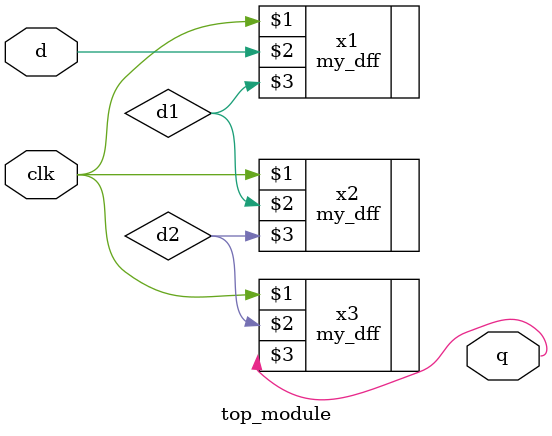
<source format=v>
module top_module ( input clk, input d, output q );
    wire d1, d2;
    my_dff x1(clk, d, d1);
    my_dff x2(clk, d1, d2);
    my_dff x3(clk, d2, q);

endmodule
</source>
